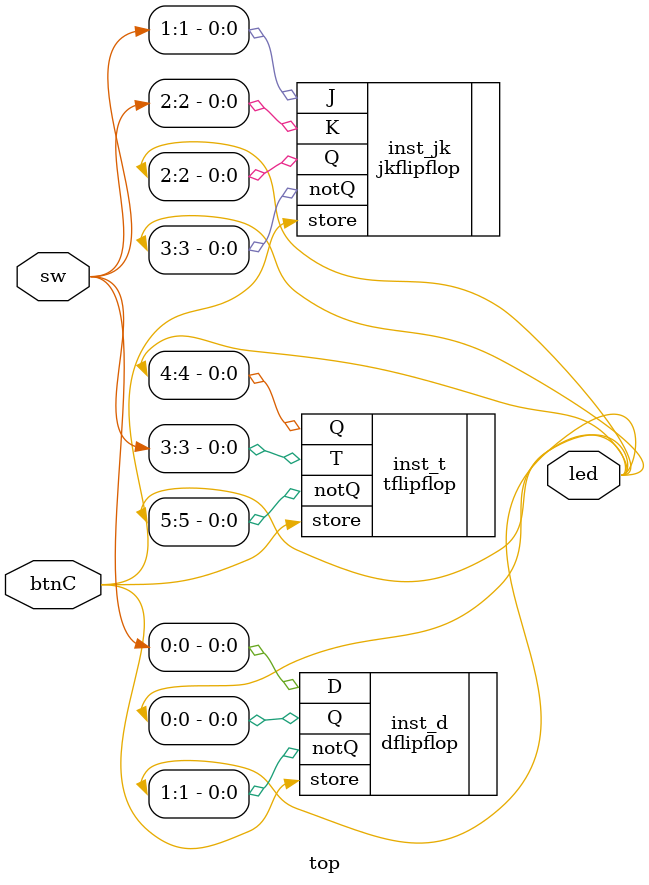
<source format=v>
module top(
    input [3:0] sw,
    input btnC,
    output [5:0]led
);

    dflipflop inst_d(
        .D(sw[0]),
        .store(btnC),
        .Q(led[0]),
        .notQ(led[1])
    );

    jkflipflop inst_jk(
        .J(sw[1]),
        .K(sw[2]),
        .store(btnC),
        .Q(led[2]),
        .notQ(led[3])
    );
    
    tflipflop inst_t(
        .T(sw[3]),
        .store(btnC),
        .Q(led[4]),
        .notQ(led[5])
    );


endmodule
</source>
